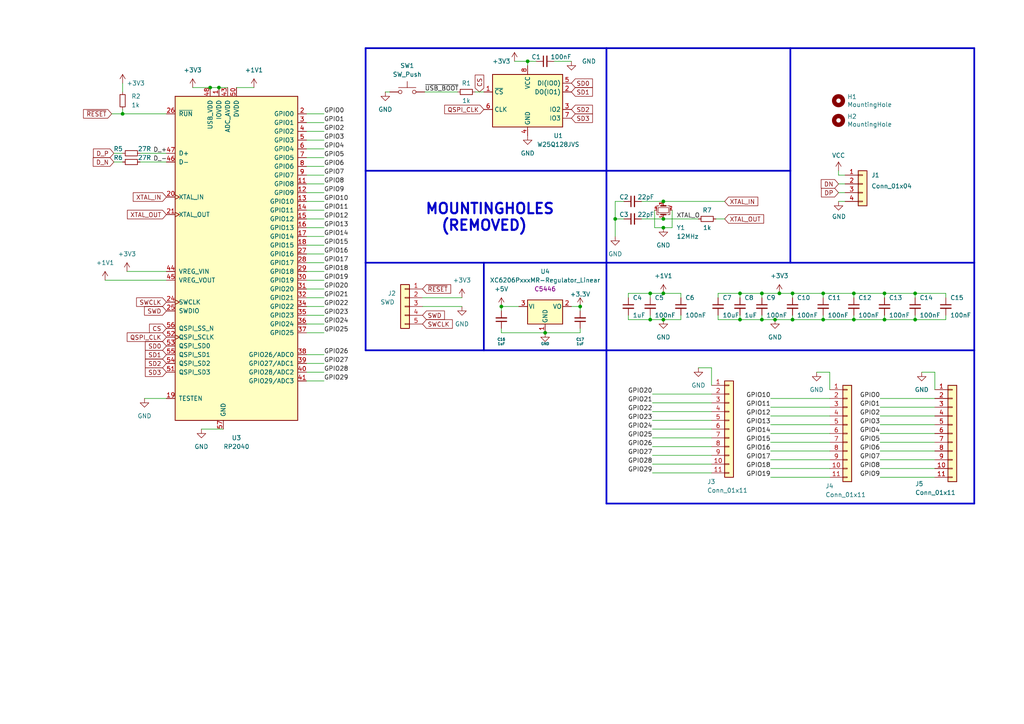
<source format=kicad_sch>
(kicad_sch (version 20211123) (generator eeschema)
  (paper "A4")
  (title_block (title "RP2040 - Design Guide") (date "2021-12-07") (rev "0.1") (company "Sleepdealer"))
  (lib_symbols
    (symbol "Connector_Generic:Conn_01x04" (pin_names (offset 1.016) hide)
      (property "Reference" "J" (at 0 5.08 0))
      (property "Value" "Conn_01x04" (at 0 -7.62 0))
      (symbol "Conn_01x04_1_1"
        (rectangle (start -1.27 -4.953) (end 0 -5.207) (stroke (width 0.1524)))
        (rectangle (start -1.27 -2.413) (end 0 -2.667) (stroke (width 0.1524)))
        (rectangle (start -1.27 0.127) (end 0 -0.127) (stroke (width 0.1524)))
        (rectangle (start -1.27 2.667) (end 0 2.413) (stroke (width 0.1524)))
        (rectangle (start -1.27 3.81) (end 1.27 -6.35) (stroke (width 0.254)) (fill (type background)))
        (pin passive line (at -5.08 2.54 0) (length 3.81) (name "Pin_1") (number "1"))
        (pin passive line (at -5.08 0 0) (length 3.81) (name "Pin_2") (number "2"))
        (pin passive line (at -5.08 -2.54 0) (length 3.81) (name "Pin_3") (number "3"))
        (pin passive line (at -5.08 -5.08 0) (length 3.81) (name "Pin_4") (number "4"))
      )
    )
    (symbol "Connector_Generic:Conn_01x05" (pin_names (offset 1.016) hide)
      (property "Reference" "J" (at 0 7.62 0))
      (property "Value" "Conn_01x05" (at 0 -7.62 0))
      (symbol "Conn_01x05_1_1"
        (rectangle (start -1.27 -4.953) (end 0 -5.207) (stroke (width 0.1524)))
        (rectangle (start -1.27 -2.413) (end 0 -2.667) (stroke (width 0.1524)))
        (rectangle (start -1.27 0.127) (end 0 -0.127) (stroke (width 0.1524)))
        (rectangle (start -1.27 2.667) (end 0 2.413) (stroke (width 0.1524)))
        (rectangle (start -1.27 5.207) (end 0 4.953) (stroke (width 0.1524)))
        (rectangle (start -1.27 6.35) (end 1.27 -6.35) (stroke (width 0.254)) (fill (type background)))
        (pin passive line (at -5.08 5.08 0) (length 3.81) (name "Pin_1") (number "1"))
        (pin passive line (at -5.08 2.54 0) (length 3.81) (name "Pin_2") (number "2"))
        (pin passive line (at -5.08 0 0) (length 3.81) (name "Pin_3") (number "3"))
        (pin passive line (at -5.08 -2.54 0) (length 3.81) (name "Pin_4") (number "4"))
        (pin passive line (at -5.08 -5.08 0) (length 3.81) (name "Pin_5") (number "5"))
      )
    )
    (symbol "Connector_Generic:Conn_01x11" (pin_names (offset 1.016) hide)
      (property "Reference" "J" (at 0 15.24 0))
      (property "Value" "Conn_01x11" (at 0 -15.24 0))
      (symbol "Conn_01x11_1_1"
        (rectangle (start -1.27 -12.573) (end 0 -12.827) (stroke (width 0.1524)))
        (rectangle (start -1.27 -10.033) (end 0 -10.287) (stroke (width 0.1524)))
        (rectangle (start -1.27 -7.493) (end 0 -7.747) (stroke (width 0.1524)))
        (rectangle (start -1.27 -4.953) (end 0 -5.207) (stroke (width 0.1524)))
        (rectangle (start -1.27 -2.413) (end 0 -2.667) (stroke (width 0.1524)))
        (rectangle (start -1.27 0.127) (end 0 -0.127) (stroke (width 0.1524)))
        (rectangle (start -1.27 2.667) (end 0 2.413) (stroke (width 0.1524)))
        (rectangle (start -1.27 5.207) (end 0 4.953) (stroke (width 0.1524)))
        (rectangle (start -1.27 7.747) (end 0 7.493) (stroke (width 0.1524)))
        (rectangle (start -1.27 10.287) (end 0 10.033) (stroke (width 0.1524)))
        (rectangle (start -1.27 12.827) (end 0 12.573) (stroke (width 0.1524)))
        (rectangle (start -1.27 13.97) (end 1.27 -13.97) (stroke (width 0.254)) (fill (type background)))
        (pin passive line (at -5.08 12.7 0) (length 3.81) (name "Pin_1") (number "1"))
        (pin passive line (at -5.08 -10.16 0) (length 3.81) (name "Pin_10") (number "10"))
        (pin passive line (at -5.08 -12.7 0) (length 3.81) (name "Pin_11") (number "11"))
        (pin passive line (at -5.08 10.16 0) (length 3.81) (name "Pin_2") (number "2"))
        (pin passive line (at -5.08 7.62 0) (length 3.81) (name "Pin_3") (number "3"))
        (pin passive line (at -5.08 5.08 0) (length 3.81) (name "Pin_4") (number "4"))
        (pin passive line (at -5.08 2.54 0) (length 3.81) (name "Pin_5") (number "5"))
        (pin passive line (at -5.08 0 0) (length 3.81) (name "Pin_6") (number "6"))
        (pin passive line (at -5.08 -2.54 0) (length 3.81) (name "Pin_7") (number "7"))
        (pin passive line (at -5.08 -5.08 0) (length 3.81) (name "Pin_8") (number "8"))
        (pin passive line (at -5.08 -7.62 0) (length 3.81) (name "Pin_9") (number "9"))
      )
    )
    (symbol "Device:C_Small" (pin_numbers hide) (pin_names (offset 0.254) hide)
      (property "Reference" "C" (at 0.254 1.778 0))
      (property "Value" "C_Small" (at 0.254 -2.032 0))
      (symbol "C_Small_0_1"
        (polyline (pts (xy -1.524 -0.508) (xy 1.524 -0.508)) (stroke (width 0.3302)))
        (polyline (pts (xy -1.524 0.508) (xy 1.524 0.508)) (stroke (width 0.3048)))
      )
      (symbol "C_Small_1_1"
        (pin passive line (at 0 2.54 270) (length 2.032) (name "~") (number "1"))
        (pin passive line (at 0 -2.54 90) (length 2.032) (name "~") (number "2"))
      )
    )
    (symbol "Device:Crystal_GND24_Small" (pin_names (offset 1.016) hide)
      (property "Reference" "Y" (at 1.27 4.445 0))
      (property "Value" "Crystal_GND24_Small" (at 1.27 2.54 0))
      (symbol "Crystal_GND24_Small_0_1"
        (rectangle (start -0.762 -1.524) (end 0.762 1.524))
        (polyline (pts (xy -1.27 -0.762) (xy -1.27 0.762)) (stroke (width 0.381)))
        (polyline (pts (xy 1.27 -0.762) (xy 1.27 0.762)) (stroke (width 0.381)))
        (polyline (pts (xy -1.27 -1.27) (xy -1.27 -1.905) (xy 1.27 -1.905) (xy 1.27 -1.27)))
        (polyline (pts (xy -1.27 1.27) (xy -1.27 1.905) (xy 1.27 1.905) (xy 1.27 1.27)))
      )
      (symbol "Crystal_GND24_Small_1_1"
        (pin passive line (at -2.54 0 0) (length 1.27) (name "1") (number "1"))
        (pin passive line (at 0 -2.54 90) (length 0.635) (name "2") (number "2"))
        (pin passive line (at 2.54 0 180) (length 1.27) (name "3") (number "3"))
        (pin passive line (at 0 2.54 270) (length 0.635) (name "4") (number "4"))
      )
    )
    (symbol "Device:R_Small" (pin_numbers hide) (pin_names (offset 0.254) hide)
      (property "Reference" "R" (at 0.762 0.508 0))
      (property "Value" "R_Small" (at 0.762 -1.016 0))
      (symbol "R_Small_0_1"
        (rectangle (start -0.762 1.778) (end 0.762 -1.778) (stroke (width 0.2032)))
      )
      (symbol "R_Small_1_1"
        (pin passive line (at 0 2.54 270) (length 0.762) (name "~") (number "1"))
        (pin passive line (at 0 -2.54 90) (length 0.762) (name "~") (number "2"))
      )
    )
    (symbol "Mechanical:MountingHole" (pin_names (offset 1.016))
      (property "Reference" "H" (at 0 5.08 0))
      (property "Value" "MountingHole" (at 0 3.175 0))
      (symbol "MountingHole_0_1"
        (circle (center 0 0) (radius 1.27) (stroke (width 1.27)))
      )
    )
    (symbol "Memory_Flash:W25Q128JVS"
      (property "Reference" "U" (at -8.89 8.89 0))
      (property "Value" "W25Q128JVS" (at 7.62 8.89 0))
      (symbol "W25Q128JVS_0_1"
        (rectangle (start -10.16 7.62) (end 10.16 -7.62) (stroke (width 0.254)) (fill (type background)))
      )
      (symbol "W25Q128JVS_1_1"
        (pin input line (at -12.7 2.54 0) (length 2.54) (name "~{CS}") (number "1"))
        (pin bidirectional line (at 12.7 2.54 180) (length 2.54) (name "DO(IO1)") (number "2"))
        (pin bidirectional line (at 12.7 -2.54 180) (length 2.54) (name "IO2") (number "3"))
        (pin power_in line (at 0 -10.16 90) (length 2.54) (name "GND") (number "4"))
        (pin bidirectional line (at 12.7 5.08 180) (length 2.54) (name "DI(IO0)") (number "5"))
        (pin input line (at -12.7 -2.54 0) (length 2.54) (name "CLK") (number "6"))
        (pin bidirectional line (at 12.7 -5.08 180) (length 2.54) (name "IO3") (number "7"))
        (pin power_in line (at 0 10.16 270) (length 2.54) (name "VCC") (number "8"))
      )
    )
    (symbol "Sleep-lib:RP2040" (pin_names (offset 1.016))
      (property "Reference" "U" (at 8.89 51.435 0))
      (property "Value" "RP2040" (at 8.89 48.895 0))
      (symbol "RP2040_0_0"
        (rectangle (start -17.78 -45.72) (end 17.78 48.26) (stroke (width 0.254)) (fill (type background)))
      )
      (symbol "RP2040_1_1"
        (pin power_in line (at -5.08 50.8 270) (length 2.54) (name "IOVDD") (number "1"))
        (pin power_in line (at -5.08 50.8 270) (length 2.54) hide (name "IOVDD") (number "10"))
        (pin input line (at 20.32 22.86 180) (length 2.54) (name "GPIO8") (number "11"))
        (pin input line (at 20.32 20.32 180) (length 2.54) (name "GPIO9") (number "12"))
        (pin input line (at 20.32 17.78 180) (length 2.54) (name "GPIO10") (number "13"))
        (pin input line (at 20.32 15.24 180) (length 2.54) (name "GPIO11") (number "14"))
        (pin input line (at 20.32 12.7 180) (length 2.54) (name "GPIO12") (number "15"))
        (pin input line (at 20.32 10.16 180) (length 2.54) (name "GPIO13") (number "16"))
        (pin input line (at 20.32 7.62 180) (length 2.54) (name "GPIO14") (number "17"))
        (pin input line (at 20.32 5.08 180) (length 2.54) (name "GPIO15") (number "18"))
        (pin input line (at -20.32 -39.37 0) (length 2.54) (name "TESTEN") (number "19"))
        (pin input line (at 20.32 43.18 180) (length 2.54) (name "GPIO0") (number "2"))
        (pin input clock (at -20.32 19.05 0) (length 2.54) (name "XTAL_IN") (number "20"))
        (pin input clock (at -20.32 13.97 0) (length 2.54) (name "XTAL_OUT") (number "21"))
        (pin power_in line (at -5.08 50.8 270) (length 2.54) hide (name "IOVDD") (number "22"))
        (pin power_in line (at 0 50.8 270) (length 2.54) hide (name "DVDD") (number "23"))
        (pin input clock (at -20.32 -11.43 0) (length 2.54) (name "SWCLK") (number "24"))
        (pin bidirectional line (at -20.32 -13.97 0) (length 2.54) (name "SWDIO") (number "25"))
        (pin input line (at -20.32 43.18 0) (length 2.54) (name "~{RUN}") (number "26"))
        (pin input line (at 20.32 2.54 180) (length 2.54) (name "GPIO16") (number "27"))
        (pin input line (at 20.32 0 180) (length 2.54) (name "GPIO17") (number "28"))
        (pin input line (at 20.32 -2.54 180) (length 2.54) (name "GPIO18") (number "29"))
        (pin input line (at 20.32 40.64 180) (length 2.54) (name "GPIO1") (number "3"))
        (pin input line (at 20.32 -5.08 180) (length 2.54) (name "GPIO19") (number "30"))
        (pin input line (at 20.32 -7.62 180) (length 2.54) (name "GPIO20") (number "31"))
        (pin input line (at 20.32 -10.16 180) (length 2.54) (name "GPIO21") (number "32"))
        (pin power_in line (at -5.08 50.8 270) (length 2.54) hide (name "IOVDD") (number "33"))
        (pin input line (at 20.32 -12.7 180) (length 2.54) (name "GPIO22") (number "34"))
        (pin input line (at 20.32 -15.24 180) (length 2.54) (name "GPIO23") (number "35"))
        (pin input line (at 20.32 -17.78 180) (length 2.54) (name "GPIO24") (number "36"))
        (pin input line (at 20.32 -20.32 180) (length 2.54) (name "GPIO25") (number "37"))
        (pin input line (at 20.32 -26.67 180) (length 2.54) (name "GPIO26/ADC0") (number "38"))
        (pin input line (at 20.32 -29.21 180) (length 2.54) (name "GPIO27/ADC1") (number "39"))
        (pin input line (at 20.32 38.1 180) (length 2.54) (name "GPIO2") (number "4"))
        (pin input line (at 20.32 -31.75 180) (length 2.54) (name "GPIO28/ADC2") (number "40"))
        (pin input line (at 20.32 -34.29 180) (length 2.54) (name "GPIO29/ADC3") (number "41"))
        (pin power_in line (at -5.08 50.8 270) (length 2.54) hide (name "IOVDD") (number "42"))
        (pin power_in line (at -2.54 50.8 270) (length 2.54) (name "ADC_AVDD") (number "43"))
        (pin power_in line (at -20.32 -2.54 0) (length 2.54) (name "VREG_VIN") (number "44"))
        (pin power_out line (at -20.32 -5.08 0) (length 2.54) (name "VREG_VOUT") (number "45"))
        (pin bidirectional line (at -20.32 29.21 0) (length 2.54) (name "D-") (number "46"))
        (pin bidirectional line (at -20.32 31.75 0) (length 2.54) (name "D+") (number "47"))
        (pin power_in line (at -7.62 50.8 270) (length 2.54) (name "USB_VDD") (number "48"))
        (pin power_in line (at -5.08 50.8 270) (length 2.54) hide (name "IOVDD") (number "49"))
        (pin input line (at 20.32 35.56 180) (length 2.54) (name "GPIO3") (number "5"))
        (pin power_in line (at 0 50.8 270) (length 2.54) (name "DVDD") (number "50"))
        (pin bidirectional line (at -20.32 -31.75 0) (length 2.54) (name "QSPI_SD3") (number "51"))
        (pin input clock (at -20.32 -21.59 0) (length 2.54) (name "QSPI_SCLK") (number "52"))
        (pin bidirectional line (at -20.32 -24.13 0) (length 2.54) (name "QSPI_SD0") (number "53"))
        (pin bidirectional line (at -20.32 -29.21 0) (length 2.54) (name "QSPI_SD2") (number "54"))
        (pin bidirectional line (at -20.32 -26.67 0) (length 2.54) (name "QSPI_SD1") (number "55"))
        (pin bidirectional line (at -20.32 -19.05 0) (length 2.54) (name "QSPI_SS_N") (number "56"))
        (pin power_in line (at -3.81 -48.26 90) (length 2.54) (name "GND") (number "57"))
        (pin input line (at 20.32 33.02 180) (length 2.54) (name "GPIO4") (number "6"))
        (pin input line (at 20.32 30.48 180) (length 2.54) (name "GPIO5") (number "7"))
        (pin input line (at 20.32 27.94 180) (length 2.54) (name "GPIO6") (number "8"))
        (pin input line (at 20.32 25.4 180) (length 2.54) (name "GPIO7") (number "9"))
      )
    )
    (symbol "Switch:SW_Push" (pin_numbers hide) (pin_names (offset 1.016) hide)
      (property "Reference" "SW" (at 1.27 2.54 0))
      (property "Value" "SW_Push" (at 0 -1.524 0))
      (symbol "SW_Push_0_1"
        (circle (center -2.032 0) (radius 0.508))
        (polyline (pts (xy 0 1.27) (xy 0 3.048)))
        (polyline (pts (xy 2.54 1.27) (xy -2.54 1.27)))
        (circle (center 2.032 0) (radius 0.508))
        (pin passive line (at -5.08 0 0) (length 2.54) (name "1") (number "1"))
        (pin passive line (at 5.08 0 180) (length 2.54) (name "2") (number "2"))
      )
    )
    (symbol "kicad-keyboard-parts:XC6206PxxxMR-Regulator_Linear" (pin_names (offset 0.254))
      (property "Reference" "U" (at -3.81 3.175 0))
      (property "Value" "XC6206PxxxMR-Regulator_Linear" (at 0 3.175 0))
      (property "LCSC" "C5446" (at 0 0 0))
      (symbol "XC6206PxxxMR-Regulator_Linear_0_1"
        (rectangle (start -5.08 1.905) (end 5.08 -5.08) (stroke (width 0.254)) (fill (type background)))
      )
      (symbol "XC6206PxxxMR-Regulator_Linear_1_1"
        (pin power_in line (at 0 -7.62 90) (length 2.54) (name "GND") (number "1"))
        (pin power_out line (at 7.62 0 180) (length 2.54) (name "VO") (number "2"))
        (pin power_in line (at -7.62 0 0) (length 2.54) (name "VI") (number "3"))
      )
    )
    (symbol "power:+1V1" (power) (pin_names (offset 0))
      (property "Value" "+1V1" (at 0 3.556 0))
      (symbol "+1V1_0_1"
        (polyline (pts (xy -0.762 1.27) (xy 0 2.54)))
        (polyline (pts (xy 0 0) (xy 0 2.54)))
        (polyline (pts (xy 0 2.54) (xy 0.762 1.27)))
      )
      (symbol "+1V1_1_1"
        (pin power_in line (at 0 0 90) (length 0) hide (name "+1V1") (number "1"))
      )
    )
    (symbol "power:+3.3V" (power) (pin_names (offset 0))
      (property "Value" "+3.3V" (at 0 3.556 0))
      (symbol "+3.3V_0_1"
        (polyline (pts (xy -0.762 1.27) (xy 0 2.54)))
        (polyline (pts (xy 0 0) (xy 0 2.54)))
        (polyline (pts (xy 0 2.54) (xy 0.762 1.27)))
      )
      (symbol "+3.3V_1_1"
        (pin power_in line (at 0 0 90) (length 0) hide (name "+3.3V") (number "1"))
      )
    )
    (symbol "power:+3V3" (power) (pin_names (offset 0))
      (property "Value" "+3V3" (at 0 3.556 0))
      (symbol "+3V3_0_1"
        (polyline (pts (xy -0.762 1.27) (xy 0 2.54)))
        (polyline (pts (xy 0 0) (xy 0 2.54)))
        (polyline (pts (xy 0 2.54) (xy 0.762 1.27)))
      )
      (symbol "+3V3_1_1"
        (pin power_in line (at 0 0 90) (length 0) hide (name "+3V3") (number "1"))
      )
    )
    (symbol "power:+5V" (power) (pin_names (offset 0))
      (property "Value" "+5V" (at 0 3.556 0))
      (symbol "+5V_0_1"
        (polyline (pts (xy -0.762 1.27) (xy 0 2.54)))
        (polyline (pts (xy 0 0) (xy 0 2.54)))
        (polyline (pts (xy 0 2.54) (xy 0.762 1.27)))
      )
      (symbol "+5V_1_1"
        (pin power_in line (at 0 0 90) (length 0) hide (name "+5V") (number "1"))
      )
    )
    (symbol "power:GND" (power) (pin_names (offset 0))
      (property "Value" "GND" (at 0 -3.81 0))
      (symbol "GND_0_1"
        (polyline (pts (xy 0 0) (xy 0 -1.27) (xy 1.27 -1.27) (xy 0 -2.54) (xy -1.27 -1.27) (xy 0 -1.27)))
      )
      (symbol "GND_1_1"
        (pin power_in line (at 0 0 270) (length 0) hide (name "GND") (number "1"))
      )
    )
    (symbol "power:VCC" (power) (pin_names (offset 0))
      (property "Value" "VCC" (at 0 3.81 0))
      (symbol "VCC_0_1"
        (polyline (pts (xy -0.762 1.27) (xy 0 2.54)))
        (polyline (pts (xy 0 0) (xy 0 2.54)))
        (polyline (pts (xy 0 2.54) (xy 0.762 1.27)))
      )
      (symbol "VCC_1_1"
        (pin power_in line (at 0 0 90) (length 0) hide (name "VCC") (number "1"))
      )
    )
  )
  (junction (at 192.405 66.04))
  (junction (at 192.405 63.5))
  (junction (at 63.5 25.4))
  (junction (at 224.79 92.71))
  (junction (at 220.98 92.71))
  (junction (at 238.76 92.71))
  (junction (at 238.76 85.09))
  (junction (at 247.65 92.71))
  (junction (at 35.56 33.02))
  (junction (at 256.54 85.09))
  (junction (at 247.65 85.09))
  (junction (at 256.54 92.71))
  (junction (at 153.035 17.78))
  (junction (at 214.63 85.09))
  (junction (at 220.98 85.09))
  (junction (at 188.595 85.09))
  (junction (at 178.435 63.5))
  (junction (at 168.275 88.9) (diameter 0.9144))
  (junction (at 226.06 85.09))
  (junction (at 214.63 92.71))
  (junction (at 229.87 85.09))
  (junction (at 60.96 25.4))
  (junction (at 229.87 92.71))
  (junction (at 265.43 92.71))
  (junction (at 188.595 92.71))
  (junction (at 158.115 96.52) (diameter 0.9144))
  (junction (at 265.43 85.09))
  (junction (at 192.405 85.09))
  (junction (at 192.405 58.42))
  (junction (at 192.405 92.71))
  (junction (at 145.415 88.9) (diameter 0.9144))
  (wire (pts (xy 93.98 83.82) (xy 88.9 83.82)))
  (wire (pts (xy 229.87 85.09) (xy 238.76 85.09)))
  (wire (pts (xy 238.76 85.09) (xy 238.76 86.36)))
  (wire (pts (xy 33.02 46.99) (xy 35.56 46.99)))
  (polyline (pts (xy 175.895 13.97) (xy 229.235 13.97)) (stroke (width 0.5) (type solid)))
  (wire (pts (xy 255.27 120.65) (xy 271.145 120.65)))
  (wire (pts (xy 88.9 81.28) (xy 93.98 81.28)))
  (wire (pts (xy 189.23 114.3) (xy 206.375 114.3)))
  (wire (pts (xy 186.055 63.5) (xy 192.405 63.5)))
  (wire (pts (xy 192.405 63.5) (xy 202.565 63.5)))
  (wire (pts (xy 207.645 63.5) (xy 210.185 63.5)))
  (wire (pts (xy 214.63 91.44) (xy 214.63 92.71)))
  (wire (pts (xy 189.23 124.46) (xy 206.375 124.46)))
  (wire (pts (xy 256.54 85.09) (xy 265.43 85.09)))
  (wire (pts (xy 265.43 85.09) (xy 265.43 86.36)))
  (wire (pts (xy 247.65 85.09) (xy 256.54 85.09)))
  (wire (pts (xy 238.76 85.09) (xy 247.65 85.09)))
  (wire (pts (xy 88.9 50.8) (xy 93.98 50.8)))
  (wire (pts (xy 178.435 63.5) (xy 178.435 68.58)))
  (wire (pts (xy 255.27 138.43) (xy 271.145 138.43)))
  (wire (pts (xy 255.27 125.73) (xy 271.145 125.73)))
  (wire (pts (xy 93.98 107.95) (xy 88.9 107.95)))
  (wire (pts (xy 243.205 49.53) (xy 243.205 50.8)))
  (wire (pts (xy 223.52 118.11) (xy 240.665 118.11)))
  (wire (pts (xy 93.98 88.9) (xy 88.9 88.9)))
  (wire (pts (xy 189.23 132.08) (xy 206.375 132.08)))
  (wire (pts (xy 145.415 88.9) (xy 150.495 88.9)))
  (wire (pts (xy 40.64 44.45) (xy 48.26 44.45)))
  (wire (pts (xy 189.23 119.38) (xy 206.375 119.38)))
  (wire (pts (xy 223.52 115.57) (xy 240.665 115.57)))
  (wire (pts (xy 206.375 111.76) (xy 206.375 106.68)))
  (wire (pts (xy 255.27 128.27) (xy 271.145 128.27)))
  (wire (pts (xy 145.415 95.25) (xy 145.415 96.52)))
  (wire (pts (xy 202.565 106.68) (xy 206.375 106.68)))
  (wire (pts (xy 236.855 107.95) (xy 240.665 107.95)))
  (polyline (pts (xy 282.575 146.05) (xy 282.575 101.6)) (stroke (width 0.5) (type solid)))
  (wire (pts (xy 223.52 133.35) (xy 240.665 133.35)))
  (wire (pts (xy 189.865 60.96) (xy 189.865 66.04)))
  (wire (pts (xy 189.865 66.04) (xy 192.405 66.04)))
  (wire (pts (xy 133.985 88.9) (xy 122.555 88.9)))
  (wire (pts (xy 68.58 25.4) (xy 73.66 25.4)))
  (wire (pts (xy 93.98 110.49) (xy 88.9 110.49)))
  (wire (pts (xy 188.595 91.44) (xy 188.595 92.71)))
  (wire (pts (xy 33.02 44.45) (xy 35.56 44.45)))
  (wire (pts (xy 122.555 86.36) (xy 133.985 86.36)))
  (polyline (pts (xy 282.575 101.6) (xy 282.575 76.2)) (stroke (width 0.5) (type solid)))
  (wire (pts (xy 60.96 25.4) (xy 63.5 25.4)))
  (wire (pts (xy 55.88 25.4) (xy 60.96 25.4)))
  (wire (pts (xy 63.5 25.4) (xy 66.04 25.4)))
  (wire (pts (xy 208.28 85.09) (xy 214.63 85.09)))
  (wire (pts (xy 194.945 66.04) (xy 192.405 66.04)))
  (wire (pts (xy 194.945 60.96) (xy 194.945 66.04)))
  (wire (pts (xy 223.52 138.43) (xy 240.665 138.43)))
  (wire (pts (xy 189.23 134.62) (xy 206.375 134.62)))
  (polyline (pts (xy 175.895 49.53) (xy 229.235 49.53)) (stroke (width 0.5) (type solid)))
  (wire (pts (xy 88.9 66.04) (xy 93.98 66.04)))
  (wire (pts (xy 178.435 63.5) (xy 180.975 63.5)))
  (wire (pts (xy 180.975 58.42) (xy 178.435 58.42)))
  (wire (pts (xy 178.435 58.42) (xy 178.435 63.5)))
  (wire (pts (xy 88.9 38.1) (xy 93.98 38.1)))
  (wire (pts (xy 214.63 85.09) (xy 214.63 86.36)))
  (wire (pts (xy 189.23 116.84) (xy 206.375 116.84)))
  (wire (pts (xy 58.42 124.46) (xy 64.77 124.46)))
  (wire (pts (xy 223.52 125.73) (xy 240.665 125.73)))
  (wire (pts (xy 36.83 78.74) (xy 48.26 78.74)))
  (wire (pts (xy 88.9 43.18) (xy 93.98 43.18)))
  (wire (pts (xy 158.115 96.52) (xy 145.415 96.52)))
  (wire (pts (xy 88.9 73.66) (xy 93.98 73.66)))
  (wire (pts (xy 41.91 115.57) (xy 48.26 115.57)))
  (wire (pts (xy 245.11 53.34) (xy 243.205 53.34)))
  (wire (pts (xy 229.87 92.71) (xy 238.76 92.71)))
  (wire (pts (xy 238.76 92.71) (xy 238.76 91.44)))
  (wire (pts (xy 149.225 17.78) (xy 153.035 17.78)))
  (wire (pts (xy 255.27 123.19) (xy 271.145 123.19)))
  (wire (pts (xy 160.655 17.78) (xy 165.735 17.78)))
  (wire (pts (xy 223.52 130.81) (xy 240.665 130.81)))
  (wire (pts (xy 240.665 113.03) (xy 240.665 107.95)))
  (polyline (pts (xy 175.895 146.05) (xy 175.895 101.6)) (stroke (width 0.5) (type solid)))
  (wire (pts (xy 247.65 85.09) (xy 247.65 86.36)))
  (wire (pts (xy 93.98 91.44) (xy 88.9 91.44)))
  (wire (pts (xy 88.9 78.74) (xy 93.98 78.74)))
  (wire (pts (xy 111.76 26.67) (xy 113.03 26.67)))
  (wire (pts (xy 247.65 91.44) (xy 247.65 92.71)))
  (polyline (pts (xy 175.895 146.05) (xy 282.575 146.05)) (stroke (width 0.5) (type solid)))
  (polyline (pts (xy 140.335 101.6) (xy 140.335 76.2)) (stroke (width 0.5) (type solid)))
  (wire (pts (xy 220.98 91.44) (xy 220.98 92.71)))
  (polyline (pts (xy 175.895 101.6) (xy 175.895 76.2)) (stroke (width 0.5) (type solid)))
  (wire (pts (xy 88.9 63.5) (xy 93.98 63.5)))
  (wire (pts (xy 192.405 92.71) (xy 197.485 92.71)))
  (wire (pts (xy 197.485 92.71) (xy 197.485 91.44)))
  (wire (pts (xy 265.43 85.09) (xy 274.32 85.09)))
  (wire (pts (xy 274.32 85.09) (xy 274.32 86.36)))
  (wire (pts (xy 243.205 50.8) (xy 245.11 50.8)))
  (wire (pts (xy 255.27 118.11) (xy 271.145 118.11)))
  (polyline (pts (xy 106.045 76.2) (xy 106.045 13.97)) (stroke (width 0.5) (type solid)))
  (wire (pts (xy 189.23 121.92) (xy 206.375 121.92)))
  (wire (pts (xy 88.9 33.02) (xy 93.98 33.02)))
  (wire (pts (xy 93.98 102.87) (xy 88.9 102.87)))
  (wire (pts (xy 267.335 107.95) (xy 271.145 107.95)))
  (wire (pts (xy 88.9 40.64) (xy 93.98 40.64)))
  (polyline (pts (xy 106.045 101.6) (xy 175.895 101.6)) (stroke (width 0.5) (type solid)))
  (wire (pts (xy 168.275 88.9) (xy 168.275 90.17)))
  (wire (pts (xy 220.98 85.09) (xy 214.63 85.09)))
  (wire (pts (xy 220.98 85.09) (xy 220.98 86.36)))
  (wire (pts (xy 214.63 92.71) (xy 220.98 92.71)))
  (polyline (pts (xy 106.045 101.6) (xy 106.045 76.2)) (stroke (width 0.5) (type solid)))
  (wire (pts (xy 229.87 92.71) (xy 229.87 91.44)))
  (wire (pts (xy 255.27 135.89) (xy 271.145 135.89)))
  (wire (pts (xy 256.54 85.09) (xy 256.54 86.36)))
  (wire (pts (xy 189.23 129.54) (xy 206.375 129.54)))
  (wire (pts (xy 229.87 85.09) (xy 229.87 86.36)))
  (polyline (pts (xy 106.045 49.53) (xy 175.895 49.53)) (stroke (width 0.5) (type solid)))
  (wire (pts (xy 153.035 17.78) (xy 153.035 19.05)))
  (wire (pts (xy 256.54 92.71) (xy 265.43 92.71)))
  (wire (pts (xy 247.65 92.71) (xy 256.54 92.71)))
  (wire (pts (xy 265.43 92.71) (xy 265.43 91.44)))
  (wire (pts (xy 238.76 92.71) (xy 247.65 92.71)))
  (wire (pts (xy 243.205 55.88) (xy 245.11 55.88)))
  (wire (pts (xy 88.9 48.26) (xy 93.98 48.26)))
  (wire (pts (xy 255.27 133.35) (xy 271.145 133.35)))
  (wire (pts (xy 35.56 31.75) (xy 35.56 33.02)))
  (wire (pts (xy 192.405 85.09) (xy 197.485 85.09)))
  (wire (pts (xy 197.485 85.09) (xy 197.485 86.36)))
  (wire (pts (xy 256.54 91.44) (xy 256.54 92.71)))
  (polyline (pts (xy 175.895 76.2) (xy 229.235 76.2)) (stroke (width 0.5) (type solid)))
  (wire (pts (xy 182.245 92.71) (xy 188.595 92.71)))
  (wire (pts (xy 182.245 91.44) (xy 182.245 92.71)))
  (wire (pts (xy 188.595 85.09) (xy 188.595 86.36)))
  (wire (pts (xy 48.26 81.28) (xy 30.48 81.28)))
  (wire (pts (xy 208.28 91.44) (xy 208.28 92.71)))
  (wire (pts (xy 208.28 92.71) (xy 214.63 92.71)))
  (wire (pts (xy 93.98 105.41) (xy 88.9 105.41)))
  (wire (pts (xy 88.9 76.2) (xy 93.98 76.2)))
  (wire (pts (xy 168.275 95.25) (xy 168.275 96.52)))
  (wire (pts (xy 158.115 96.52) (xy 168.275 96.52)))
  (wire (pts (xy 255.27 130.81) (xy 271.145 130.81)))
  (wire (pts (xy 88.9 68.58) (xy 93.98 68.58)))
  (wire (pts (xy 220.98 92.71) (xy 224.79 92.71)))
  (polyline (pts (xy 106.045 76.2) (xy 175.895 76.2)) (stroke (width 0.5) (type solid)))
  (wire (pts (xy 88.9 45.72) (xy 93.98 45.72)))
  (wire (pts (xy 274.32 92.71) (xy 274.32 91.44)))
  (wire (pts (xy 265.43 92.71) (xy 274.32 92.71)))
  (wire (pts (xy 223.52 120.65) (xy 240.665 120.65)))
  (wire (pts (xy 88.9 71.12) (xy 93.98 71.12)))
  (polyline (pts (xy 229.235 13.97) (xy 229.235 76.2)) (stroke (width 0.5) (type solid)))
  (polyline (pts (xy 229.235 76.2) (xy 282.575 76.2)) (stroke (width 0.5) (type solid)))
  (polyline (pts (xy 229.235 13.97) (xy 282.575 13.97)) (stroke (width 0.5) (type solid)))
  (polyline (pts (xy 282.575 76.2) (xy 282.575 13.97)) (stroke (width 0.5) (type solid)))
  (wire (pts (xy 32.385 33.02) (xy 35.56 33.02)))
  (wire (pts (xy 35.56 33.02) (xy 48.26 33.02)))
  (wire (pts (xy 123.19 26.67) (xy 132.715 26.67)))
  (wire (pts (xy 137.795 26.67) (xy 140.335 26.67)))
  (polyline (pts (xy 175.895 76.2) (xy 175.895 13.97)) (stroke (width 0.5) (type solid)))
  (polyline (pts (xy 175.895 101.6) (xy 282.575 101.6)) (stroke (width 0.5) (type solid)))
  (wire (pts (xy 153.035 17.78) (xy 155.575 17.78)))
  (wire (pts (xy 189.23 127) (xy 206.375 127)))
  (polyline (pts (xy 106.045 13.97) (xy 175.895 13.97)) (stroke (width 0.5) (type solid)))
  (wire (pts (xy 93.98 86.36) (xy 88.9 86.36)))
  (wire (pts (xy 145.415 88.9) (xy 145.415 90.17)))
  (wire (pts (xy 165.735 88.9) (xy 168.275 88.9)))
  (wire (pts (xy 271.145 113.03) (xy 271.145 107.95)))
  (wire (pts (xy 186.055 58.42) (xy 192.405 58.42)))
  (wire (pts (xy 223.52 123.19) (xy 240.665 123.19)))
  (wire (pts (xy 88.9 58.42) (xy 93.98 58.42)))
  (wire (pts (xy 188.595 92.71) (xy 192.405 92.71)))
  (wire (pts (xy 188.595 85.09) (xy 182.245 85.09)))
  (wire (pts (xy 192.405 85.09) (xy 188.595 85.09)))
  (wire (pts (xy 182.245 85.09) (xy 182.245 86.36)))
  (wire (pts (xy 88.9 35.56) (xy 93.98 35.56)))
  (wire (pts (xy 223.52 135.89) (xy 240.665 135.89)))
  (wire (pts (xy 243.205 58.42) (xy 245.11 58.42)))
  (wire (pts (xy 255.27 115.57) (xy 271.145 115.57)))
  (wire (pts (xy 93.98 96.52) (xy 88.9 96.52)))
  (wire (pts (xy 208.28 86.36) (xy 208.28 85.09)))
  (wire (pts (xy 223.52 128.27) (xy 240.665 128.27)))
  (wire (pts (xy 88.9 60.96) (xy 93.98 60.96)))
  (wire (pts (xy 220.98 85.09) (xy 226.06 85.09)))
  (wire (pts (xy 226.06 85.09) (xy 229.87 85.09)))
  (wire (pts (xy 88.9 55.88) (xy 93.98 55.88)))
  (wire (pts (xy 93.98 93.98) (xy 88.9 93.98)))
  (wire (pts (xy 224.79 92.71) (xy 229.87 92.71)))
  (wire (pts (xy 40.64 46.99) (xy 48.26 46.99)))
  (wire (pts (xy 192.405 58.42) (xy 210.185 58.42)))
  (wire (pts (xy 88.9 53.34) (xy 93.98 53.34)))
  (wire (pts (xy 35.56 24.13) (xy 35.56 26.67)))
  (wire (pts (xy 189.23 137.16) (xy 206.375 137.16)))
  (text "MOUNTINGHOLES\n  (REMOVED)" (at 123.19 67.31 0) (effects (font (size 3 3) (thickness 0.6) bold) (justify left bottom)))
  (label "GPIO28" (at 93.98 107.95 0))
  (label "GPIO21" (at 189.23 116.84 180))
  (label "GPIO18" (at 93.98 78.74 0))
  (label "GPIO5" (at 93.98 45.72 0))
  (label "GPIO12" (at 223.52 120.65 180))
  (label "GPIO26" (at 189.23 129.54 180))
  (label "GPIO2" (at 255.27 120.65 180))
  (label "GPIO8" (at 93.98 53.34 0))
  (label "GPIO20" (at 93.98 83.82 0))
  (label "GPIO19" (at 223.52 138.43 180))
  (label "GPIO24" (at 189.23 124.46 180))
  (label "GPIO28" (at 189.23 134.62 180))
  (label "GPIO25" (at 93.98 96.52 0))
  (label "GPIO5" (at 255.27 128.27 180))
  (label "GPIO23" (at 189.23 121.92 180))
  (label "GPIO7" (at 255.27 133.35 180))
  (label "GPIO22" (at 189.23 119.38 180))
  (label "GPIO13" (at 223.52 123.19 180))
  (label "GPIO12" (at 93.98 63.5 0))
  (label "GPIO4" (at 93.98 43.18 0))
  (label "GPIO11" (at 93.98 60.96 0))
  (label "GPIO2" (at 93.98 38.1 0))
  (label "GPIO9" (at 93.98 55.88 0))
  (label "GPIO8" (at 255.27 135.89 180))
  (label "GPIO17" (at 93.98 76.2 0))
  (label "GPIO18" (at 223.52 135.89 180))
  (label "GPIO6" (at 255.27 130.81 180))
  (label "GPIO27" (at 189.23 132.08 180))
  (label "XTAL_O" (at 196.215 63.5 0))
  (label "GPIO3" (at 93.98 40.64 0))
  (label "GPIO25" (at 189.23 127 180))
  (label "GPIO29" (at 93.98 110.49 0))
  (label "GPIO13" (at 93.98 66.04 0))
  (label "GPIO15" (at 93.98 71.12 0))
  (label "GPIO1" (at 255.27 118.11 180))
  (label "D_-" (at 44.45 46.99 0))
  (label "GPIO21" (at 93.98 86.36 0))
  (label "GPIO20" (at 189.23 114.3 180))
  (label "GPIO27" (at 93.98 105.41 0))
  (label "GPIO22" (at 93.98 88.9 0))
  (label "GPIO26" (at 93.98 102.87 0))
  (label "GPIO7" (at 93.98 50.8 0))
  (label "D_+" (at 44.45 44.45 0))
  (label "GPIO29" (at 189.23 137.16 180))
  (label "GPIO4" (at 255.27 125.73 180))
  (label "~{USB_BOOT}" (at 123.19 26.67 0))
  (label "GPIO0" (at 255.27 115.57 180))
  (label "GPIO23" (at 93.98 91.44 0))
  (label "GPIO15" (at 223.52 128.27 180))
  (label "GPIO6" (at 93.98 48.26 0))
  (label "GPIO14" (at 223.52 125.73 180))
  (label "GPIO19" (at 93.98 81.28 0))
  (label "GPIO16" (at 93.98 73.66 0))
  (label "GPIO16" (at 223.52 130.81 180))
  (label "GPIO24" (at 93.98 93.98 0))
  (label "GPIO9" (at 255.27 138.43 180))
  (label "GPIO3" (at 255.27 123.19 180))
  (label "GPIO10" (at 223.52 115.57 180))
  (label "GPIO11" (at 223.52 118.11 180))
  (label "GPIO0" (at 93.98 33.02 0))
  (label "GPIO17" (at 223.52 133.35 180))
  (label "GPIO14" (at 93.98 68.58 0))
  (label "GPIO1" (at 93.98 35.56 0))
  (label "GPIO10" (at 93.98 58.42 0))
  (global_label "SWCLK" (shape input) (at 48.26 87.63 180) (property "Intersheet References" "${INTERSHEET_REFS}" (effects hide)))
  (global_label "QSPI_CLK" (shape input) (at 140.335 31.75 180) (property "Intersheet References" "${INTERSHEET_REFS}" (effects hide)))
  (global_label "SD0" (shape input) (at 48.26 100.33 180) (property "Intersheet References" "${INTERSHEET_REFS}" (effects hide)))
  (global_label "XTAL_IN" (shape input) (at 48.26 57.15 180) (property "Intersheet References" "${INTERSHEET_REFS}" (effects hide)))
  (global_label "D_P" (shape input) (at 33.02 44.45 180) (property "Intersheet References" "${INTERSHEET_REFS}" (effects hide)))
  (global_label "SWCLK" (shape input) (at 122.555 93.98 0) (property "Intersheet References" "${INTERSHEET_REFS}" (effects hide)))
  (global_label "D_N" (shape input) (at 33.02 46.99 180) (property "Intersheet References" "${INTERSHEET_REFS}" (effects hide)))
  (global_label "XTAL_IN" (shape input) (at 210.185 58.42 0) (property "Intersheet References" "${INTERSHEET_REFS}" (effects hide)))
  (global_label "XTAL_OUT" (shape input) (at 48.26 62.23 180) (property "Intersheet References" "${INTERSHEET_REFS}" (effects hide)))
  (global_label "SD1" (shape input) (at 48.26 102.87 180) (property "Intersheet References" "${INTERSHEET_REFS}" (effects hide)))
  (global_label "XTAL_OUT" (shape input) (at 210.185 63.5 0) (property "Intersheet References" "${INTERSHEET_REFS}" (effects hide)))
  (global_label "CS" (shape input) (at 139.065 26.67 90) (property "Intersheet References" "${INTERSHEET_REFS}" (effects hide)))
  (global_label "CS" (shape input) (at 48.26 95.25 180) (property "Intersheet References" "${INTERSHEET_REFS}" (effects hide)))
  (global_label "DP" (shape input) (at 243.205 55.88 180) (property "Intersheet References" "${INTERSHEET_REFS}" (effects hide)))
  (global_label "DN" (shape input) (at 243.205 53.34 180) (property "Intersheet References" "${INTERSHEET_REFS}" (effects hide)))
  (global_label "SWD" (shape input) (at 48.26 90.17 180) (property "Intersheet References" "${INTERSHEET_REFS}" (effects hide)))
  (global_label "SD1" (shape input) (at 165.735 26.67 0) (property "Intersheet References" "${INTERSHEET_REFS}" (effects hide)))
  (global_label "SD3" (shape input) (at 48.26 107.95 180) (property "Intersheet References" "${INTERSHEET_REFS}" (effects hide)))
  (global_label "~{RESET}" (shape input) (at 122.555 83.82 0) (property "Intersheet References" "${INTERSHEET_REFS}" (effects hide)))
  (global_label "QSPI_CLK" (shape input) (at 48.26 97.79 180) (property "Intersheet References" "${INTERSHEET_REFS}" (effects hide)))
  (global_label "SD2" (shape input) (at 48.26 105.41 180) (property "Intersheet References" "${INTERSHEET_REFS}" (effects hide)))
  (global_label "SD2" (shape input) (at 165.735 31.75 0) (property "Intersheet References" "${INTERSHEET_REFS}" (effects hide)))
  (global_label "SD3" (shape input) (at 165.735 34.29 0) (property "Intersheet References" "${INTERSHEET_REFS}" (effects hide)))
  (global_label "SWD" (shape input) (at 122.555 91.44 0) (property "Intersheet References" "${INTERSHEET_REFS}" (effects hide)))
  (global_label "SD0" (shape input) (at 165.735 24.13 0) (property "Intersheet References" "${INTERSHEET_REFS}" (effects hide)))
  (global_label "~{RESET}" (shape input) (at 32.385 33.02 180) (property "Intersheet References" "${INTERSHEET_REFS}" (effects hide)))
  (symbol (lib_id "Device:C_Small") (at 247.65 88.9 0) (unit 1)
    (property "Reference" "C12" (at 248.92 86.3599 0) (effects (justify left)))
    (property "Value" "100nF" (at 248.92 91.4399 0) (effects (justify left)))
    (property "Footprint" "Capacitor_SMD:C_0402_1005Metric" (effects hide))
    (property "LCSC" "C1525" (effects hide))
  )
  (symbol (lib_id "power:+3V3") (at 149.225 17.78 0) (unit 1)
    (property "Reference" "#PWR01" (effects hide))
    (property "Value" "+3V3" (at 145.415 17.78 0))
  )
  (symbol (lib_id "Sleep-lib:RP2040") (at 68.58 76.2 0) (unit 1)
    (property "Reference" "U3" (at 68.58 127 0))
    (property "Value" "RP2040" (at 68.58 129.54 0))
    (property "Footprint" "Sleep-Lib:RP2040-QFN-56" (effects hide))
    (property "Datasheet" "https://datasheets.raspberrypi.com/rp2040/rp2040-datasheet.pdf" (effects hide))
    (property "LCSC" "C2040" (effects hide))
  )
  (symbol (lib_id "Mechanical:MountingHole") (at 243.205 29.21 0) (unit 1)
    (property "Reference" "H1" (at 245.745 28.067 0) (effects (justify left)))
    (property "Value" "MountingHole" (at 245.745 30.353 0) (effects (justify left)))
    (property "Footprint" "Unified-Daughterboard-Logo:Unified-Daughterboard-Logo.pretty" (effects hide))
  )
  (symbol (lib_id "power:GND") (at 267.335 107.95 0) (unit 1)
    (property "Reference" "#PWR030" (effects hide))
    (property "Value" "GND" (at 267.335 113.03 0))
  )
  (symbol (lib_id "power:GND") (at 224.79 92.71 0) (unit 1)
    (property "Reference" "#PWR026" (effects hide))
    (property "Value" "GND" (at 224.79 97.79 0))
  )
  (symbol (lib_id "Device:C_Small") (at 208.28 88.9 0) (unit 1)
    (property "Reference" "C7" (at 209.55 86.3599 0) (effects (justify left)))
    (property "Value" "10uF" (at 209.55 91.4399 0) (effects (justify left)))
    (property "Footprint" "Capacitor_SMD:C_0402_1005Metric" (effects hide))
    (property "LCSC" "C15525" (effects hide))
  )
  (symbol (lib_id "power:GND") (at 202.565 106.68 0) (unit 1)
    (property "Reference" "#PWR028" (effects hide))
    (property "Value" "GND" (at 202.565 111.76 0))
  )
  (symbol (lib_id "power:+3V3") (at 133.985 86.36 0) (unit 1)
    (property "Reference" "#PWR021" (effects hide))
    (property "Value" "+3V3" (at 133.985 81.28 0))
  )
  (symbol (lib_id "power:GND") (at 192.405 66.04 0) (unit 1)
    (property "Reference" "#PWR013" (effects hide))
    (property "Value" "GND" (at 192.405 71.12 0))
  )
  (symbol (lib_id "Device:C_Small") (at 274.32 88.9 0) (unit 1)
    (property "Reference" "C15" (at 275.59 86.3599 0) (effects (justify left)))
    (property "Value" "100nF" (at 275.59 91.4399 0) (effects (justify left)))
    (property "Footprint" "Capacitor_SMD:C_0402_1005Metric" (effects hide))
    (property "LCSC" "C1525" (effects hide))
  )
  (symbol (lib_id "power:GND") (at 58.42 124.46 0) (unit 1)
    (property "Reference" "#PWR032" (effects hide))
    (property "Value" "GND" (at 58.42 129.54 0))
  )
  (symbol (lib_id "power:GND") (at 153.035 39.37 0) (unit 1)
    (property "Reference" "#PWR011" (effects hide))
    (property "Value" "GND" (at 153.035 44.45 0))
  )
  (symbol (lib_id "Switch:SW_Push") (at 118.11 26.67 0) (unit 1) (in_bom no)
    (property "Reference" "SW1" (at 118.11 19.05 0))
    (property "Value" "SW_Push" (at 118.11 21.59 0))
    (property "Footprint" "Connector_PinSocket_2.54mm:PinSocket_1x02_P2.54mm_Vertical" (effects hide))
  )
  (symbol (lib_id "Device:C_Small") (at 182.245 88.9 0) (unit 1)
    (property "Reference" "C4" (at 183.515 86.3599 0) (effects (justify left)))
    (property "Value" "1uF" (at 183.515 91.4399 0) (effects (justify left)))
    (property "Footprint" "Capacitor_SMD:C_0402_1005Metric" (effects hide))
    (property "LCSC" "C52923" (effects hide))
  )
  (symbol (lib_id "power:+3V3") (at 36.83 78.74 0) (unit 1)
    (property "Reference" "#PWR017" (effects hide))
    (property "Value" "+3V3" (at 36.83 73.66 0))
  )
  (symbol (lib_id "power:GND") (at 158.115 96.52 0) (unit 1)
    (property "Reference" "#PWR027" (effects hide))
    (property "Value" "GND" (at 158.115 99.695 0) (effects (font (size 0.762 0.762))))
  )
  (symbol (lib_id "Device:C_Small") (at 158.115 17.78 90) (unit 1)
    (property "Reference" "C1" (at 156.8449 16.51 90) (effects (justify left)))
    (property "Value" "100nF" (at 165.7349 16.51 90) (effects (justify left)))
    (property "Footprint" "Capacitor_SMD:C_0402_1005Metric" (effects hide))
    (property "LCSC" "C1525" (effects hide))
  )
  (symbol (lib_id "Device:R_Small") (at 35.56 29.21 0) (unit 1)
    (property "Reference" "R2" (at 38.1 27.9399 0) (effects (justify left)))
    (property "Value" "1k" (at 38.1 30.4799 0) (effects (justify left)))
    (property "Footprint" "Resistor_SMD:R_0402_1005Metric" (effects hide))
    (property "LCSC" "C11702" (effects hide))
  )
  (symbol (lib_id "Device:C_Small") (at 183.515 63.5 90) (unit 1)
    (property "Reference" "C3" (at 180.975 62.23 90))
    (property "Value" "22pF" (at 187.325 62.23 90))
    (property "Footprint" "Capacitor_SMD:C_0402_1005Metric" (effects hide))
    (property "LCSC" "C1555" (effects hide))
  )
  (symbol (lib_id "power:+3V3") (at 35.56 24.13 0) (unit 1)
    (property "Reference" "#PWR04" (effects hide))
    (property "Value" "+3V3" (at 39.37 24.13 0))
  )
  (symbol (lib_id "Device:C_Small") (at 168.275 92.71 180) (unit 1)
    (property "Reference" "C17" (at 168.275 98.425 0) (effects (font (size 0.762 0.762))))
    (property "Value" "1uF" (at 168.275 99.695 0) (effects (font (size 0.762 0.762))))
    (property "Footprint" "Capacitor_SMD:C_0402_1005Metric" (effects hide))
    (property "LCSC" "C52923" (effects hide))
  )
  (symbol (lib_id "power:+3V3") (at 226.06 85.09 0) (unit 1)
    (property "Reference" "#PWR020" (effects hide))
    (property "Value" "+3V3" (at 226.06 80.01 0))
  )
  (symbol (lib_id "Connector_Generic:Conn_01x05") (at 117.475 88.9 0) (mirror y) (unit 1) (in_bom no)
    (property "Reference" "J2" (at 113.665 85.09 0))
    (property "Value" "SWD" (at 112.395 87.63 0))
    (property "Footprint" "Connector_PinSocket_2.54mm:PinSocket_1x05_P2.54mm_Vertical" (effects hide))
  )
  (symbol (lib_id "power:GND") (at 178.435 68.58 0) (unit 1)
    (property "Reference" "#PWR016" (effects hide))
    (property "Value" "GND" (at 178.435 73.66 0))
  )
  (symbol (lib_id "Device:C_Small") (at 265.43 88.9 0) (unit 1)
    (property "Reference" "C14" (at 266.7 86.3599 0) (effects (justify left)))
    (property "Value" "100nF" (at 266.7 91.4399 0) (effects (justify left)))
    (property "Footprint" "Capacitor_SMD:C_0402_1005Metric" (effects hide))
    (property "LCSC" "C1525" (effects hide))
  )
  (symbol (lib_id "Connector_Generic:Conn_01x11") (at 245.745 125.73 0) (unit 1) (in_bom no)
    (property "Reference" "J4" (at 239.395 140.97 0) (effects (justify left)))
    (property "Value" "Conn_01x11" (at 239.395 143.51 0) (effects (justify left)))
    (property "Footprint" "Connector_PinSocket_2.54mm:PinSocket_1x11_P2.54mm_Vertical" (effects hide))
  )
  (symbol (lib_id "power:+1V1") (at 30.48 81.28 0) (unit 1)
    (property "Reference" "#PWR018" (effects hide))
    (property "Value" "+1V1" (at 30.48 76.2 0))
  )
  (symbol (lib_id "Device:C_Small") (at 214.63 88.9 0) (unit 1)
    (property "Reference" "C8" (at 215.9 86.3599 0) (effects (justify left)))
    (property "Value" "1uF" (at 215.9 91.4399 0) (effects (justify left)))
    (property "Footprint" "Capacitor_SMD:C_0402_1005Metric" (effects hide))
    (property "LCSC" "C52923" (effects hide))
  )
  (symbol (lib_id "power:+5V") (at 145.415 88.9 0) (unit 1)
    (property "Reference" "#PWR023" (effects hide))
    (property "Value" "+5V" (at 145.415 83.82 0))
  )
  (symbol (lib_id "power:GND") (at 165.735 17.78 0) (unit 1)
    (property "Reference" "#PWR02" (effects hide))
    (property "Value" "GND" (at 170.815 17.78 0))
  )
  (symbol (lib_id "Device:C_Small") (at 183.515 58.42 90) (unit 1)
    (property "Reference" "C2" (at 180.975 57.15 90))
    (property "Value" "22pF" (at 187.325 57.15 90))
    (property "Footprint" "Capacitor_SMD:C_0402_1005Metric" (effects hide))
    (property "LCSC" "C1555" (effects hide))
  )
  (symbol (lib_id "Device:C_Small") (at 238.76 88.9 0) (unit 1)
    (property "Reference" "C11" (at 240.03 86.3599 0) (effects (justify left)))
    (property "Value" "100nF" (at 240.03 91.4399 0) (effects (justify left)))
    (property "Footprint" "Capacitor_SMD:C_0402_1005Metric" (effects hide))
    (property "LCSC" "C1525" (effects hide))
  )
  (symbol (lib_id "Device:C_Small") (at 229.87 88.9 0) (unit 1)
    (property "Reference" "C10" (at 231.14 86.3599 0) (effects (justify left)))
    (property "Value" "100nF" (at 231.14 91.4399 0) (effects (justify left)))
    (property "Footprint" "Capacitor_SMD:C_0402_1005Metric" (effects hide))
    (property "LCSC" "C1525" (effects hide))
  )
  (symbol (lib_id "Device:Crystal_GND24_Small") (at 192.405 60.96 90) (unit 1)
    (property "Reference" "Y1" (at 196.215 66.04 90) (effects (justify right)))
    (property "Value" "12MHz" (at 196.215 68.58 90) (effects (justify right)))
    (property "Footprint" "Crystal:Crystal_SMD_3225-4Pin_3.2x2.5mm" (effects hide))
    (property "LCSC" "C9002" (effects hide))
  )
  (symbol (lib_id "power:+3.3V") (at 168.275 88.9 0) (unit 1)
    (property "Reference" "#PWR024" (effects hide))
    (property "Value" "+3.3V" (at 168.275 85.3526 0))
  )
  (symbol (lib_id "Device:C_Small") (at 256.54 88.9 0) (unit 1)
    (property "Reference" "C13" (at 257.81 86.3599 0) (effects (justify left)))
    (property "Value" "100nF" (at 257.81 91.4399 0) (effects (justify left)))
    (property "Footprint" "Capacitor_SMD:C_0402_1005Metric" (effects hide))
    (property "LCSC" "C1525" (effects hide))
  )
  (symbol (lib_id "Connector_Generic:Conn_01x04") (at 250.19 53.34 0) (unit 1)
    (property "Reference" "J1" (at 252.73 50.8 0) (effects (justify left)))
    (property "Value" "Conn_01x04" (at 252.73 53.975 0) (effects (justify left)))
    (property "Footprint" "random-keyboard-parts:JST-SR-4" (effects hide))
    (property "Manufacturer" "JST Sales America" (effects hide))
    (property "Manufacturer Part No" "SM04B-SRSS-TB(LF)(SN)" (effects hide))
    (property "LCSC Part No" "C160404" (effects hide))
  )
  (symbol (lib_id "Memory_Flash:W25Q128JVS") (at 153.035 29.21 0) (unit 1)
    (property "Reference" "U1" (at 161.925 39.37 0))
    (property "Value" "W25Q128JVS" (at 161.925 41.91 0))
    (property "Footprint" "Package_SO:SOIC-8_5.23x5.23mm_P1.27mm" (effects hide))
    (property "Datasheet" "http://www.winbond.com/resource-files/w25q128jv_dtr%20revc%2003272018%20plus.pdf" (effects hide))
    (property "LCSC" "C131025" (effects hide))
  )
  (symbol (lib_id "kicad-keyboard-parts:XC6206PxxxMR-Regulator_Linear") (at 158.115 88.9 0) (unit 1)
    (property "Reference" "U4" (at 158.115 78.74 0))
    (property "Value" "XC6206PxxxMR-Regulator_Linear" (at 158.115 81.28 0))
    (property "Footprint" "Package_TO_SOT_SMD:SOT-23" (effects hide))
    (property "Datasheet" "https://www.torexsemi.com/file/xc6206/XC6206.pdf" (effects hide))
    (property "LCSC" "C5446" (at 158.115 83.82 0))
  )
  (symbol (lib_id "Device:R_Small") (at 135.255 26.67 90) (unit 1)
    (property "Reference" "R1" (at 135.255 24.13 90))
    (property "Value" "1k" (at 135.255 29.21 90))
    (property "Footprint" "Resistor_SMD:R_0402_1005Metric" (effects hide))
    (property "LCSC" "C11702" (effects hide))
  )
  (symbol (lib_id "Device:R_Small") (at 38.1 44.45 90) (unit 1)
    (property "Reference" "R5" (at 34.29 43.18 90))
    (property "Value" "27R" (at 41.91 43.18 90))
    (property "Footprint" "Resistor_SMD:R_0603_1608Metric" (effects hide))
    (property "LCSC" "C25190" (effects hide))
  )
  (symbol (lib_id "power:GND") (at 236.855 107.95 0) (unit 1)
    (property "Reference" "#PWR029" (effects hide))
    (property "Value" "GND" (at 236.855 113.03 0))
  )
  (symbol (lib_id "power:GND") (at 111.76 26.67 0) (unit 1)
    (property "Reference" "#PWR07" (effects hide))
    (property "Value" "GND" (at 111.76 31.75 0))
  )
  (symbol (lib_id "Device:R_Small") (at 38.1 46.99 90) (unit 1)
    (property "Reference" "R6" (at 34.29 45.72 90))
    (property "Value" "27R" (at 41.91 45.72 90))
    (property "Footprint" "Resistor_SMD:R_0603_1608Metric" (effects hide))
    (property "LCSC" "C25190" (effects hide))
  )
  (symbol (lib_id "power:+3V3") (at 55.88 25.4 0) (unit 1)
    (property "Reference" "#PWR05" (effects hide))
    (property "Value" "+3V3" (at 55.88 20.32 0))
  )
  (symbol (lib_id "Mechanical:MountingHole") (at 243.205 34.925 0) (unit 1)
    (property "Reference" "H2" (at 245.745 33.782 0) (effects (justify left)))
    (property "Value" "MountingHole" (at 245.745 36.068 0) (effects (justify left)))
    (property "Footprint" "Unified-Daughterboard-Logo:Unified-Daughterboard-Name.pretty" (effects hide))
  )
  (symbol (lib_id "Device:C_Small") (at 188.595 88.9 0) (unit 1)
    (property "Reference" "C5" (at 189.865 86.3599 0) (effects (justify left)))
    (property "Value" "100nF" (at 189.865 91.4399 0) (effects (justify left)))
    (property "Footprint" "Capacitor_SMD:C_0402_1005Metric" (effects hide))
    (property "LCSC" "C1525" (effects hide))
  )
  (symbol (lib_id "Connector_Generic:Conn_01x11") (at 276.225 125.73 0) (unit 1) (in_bom no)
    (property "Reference" "J5" (at 265.43 140.335 0) (effects (justify left)))
    (property "Value" "Conn_01x11" (at 265.43 142.875 0) (effects (justify left)))
    (property "Footprint" "Connector_PinSocket_2.54mm:PinSocket_1x11_P2.54mm_Vertical" (effects hide))
  )
  (symbol (lib_id "power:GND") (at 243.205 58.42 0) (unit 1)
    (property "Reference" "#PWR09" (effects hide))
    (property "Value" "GND" (at 243.332 62.8142 0))
  )
  (symbol (lib_id "power:GND") (at 192.405 92.71 0) (unit 1)
    (property "Reference" "#PWR025" (effects hide))
    (property "Value" "GND" (at 192.405 97.79 0))
  )
  (symbol (lib_id "Device:C_Small") (at 220.98 88.9 0) (unit 1)
    (property "Reference" "C9" (at 222.25 86.3599 0) (effects (justify left)))
    (property "Value" "100nF" (at 222.25 91.4399 0) (effects (justify left)))
    (property "Footprint" "Capacitor_SMD:C_0402_1005Metric" (effects hide))
    (property "LCSC" "C1525" (effects hide))
  )
  (symbol (lib_id "power:GND") (at 41.91 115.57 0) (unit 1)
    (property "Reference" "#PWR031" (effects hide))
    (property "Value" "GND" (at 41.91 120.65 0))
  )
  (symbol (lib_id "power:VCC") (at 243.205 49.53 0) (unit 1)
    (property "Reference" "#PWR08" (effects hide))
    (property "Value" "VCC" (at 243.205 45.085 0))
  )
  (symbol (lib_id "Device:C_Small") (at 197.485 88.9 0) (unit 1)
    (property "Reference" "C6" (at 198.755 86.3599 0) (effects (justify left)))
    (property "Value" "100nF" (at 198.755 91.4399 0) (effects (justify left)))
    (property "Footprint" "Capacitor_SMD:C_0402_1005Metric" (effects hide))
    (property "LCSC" "C1525" (effects hide))
  )
  (symbol (lib_id "Device:C_Small") (at 145.415 92.71 180) (unit 1)
    (property "Reference" "C16" (at 145.415 98.425 0) (effects (font (size 0.762 0.762))))
    (property "Value" "1uF" (at 145.415 99.695 0) (effects (font (size 0.762 0.762))))
    (property "Footprint" "Capacitor_SMD:C_0402_1005Metric" (effects hide))
    (property "LCSC" "C52923" (effects hide))
  )
  (symbol (lib_id "Device:R_Small") (at 205.105 63.5 90) (unit 1)
    (property "Reference" "R7" (at 205.105 60.96 90))
    (property "Value" "1k" (at 205.105 66.04 90))
    (property "Footprint" "Resistor_SMD:R_0402_1005Metric" (effects hide))
    (property "LCSC" "C11702" (effects hide))
  )
  (symbol (lib_id "power:+1V1") (at 73.66 25.4 0) (unit 1)
    (property "Reference" "#PWR06" (effects hide))
    (property "Value" "+1V1" (at 73.66 20.32 0))
  )
  (symbol (lib_id "power:+1V1") (at 192.405 85.09 0) (unit 1)
    (property "Reference" "#PWR019" (effects hide))
    (property "Value" "+1V1" (at 192.405 80.01 0))
  )
  (symbol (lib_id "Connector_Generic:Conn_01x11") (at 211.455 124.46 0) (unit 1) (in_bom no)
    (property "Reference" "J3" (at 205.105 139.7 0) (effects (justify left)))
    (property "Value" "Conn_01x11" (at 205.105 142.24 0) (effects (justify left)))
    (property "Footprint" "Connector_PinSocket_2.54mm:PinSocket_1x11_P2.54mm_Vertical" (effects hide))
  )
  (symbol (lib_id "power:GND") (at 133.985 88.9 0) (unit 1)
    (property "Reference" "#PWR022" (effects hide))
    (property "Value" "GND" (at 133.985 93.98 0))
  )
)
</source>
